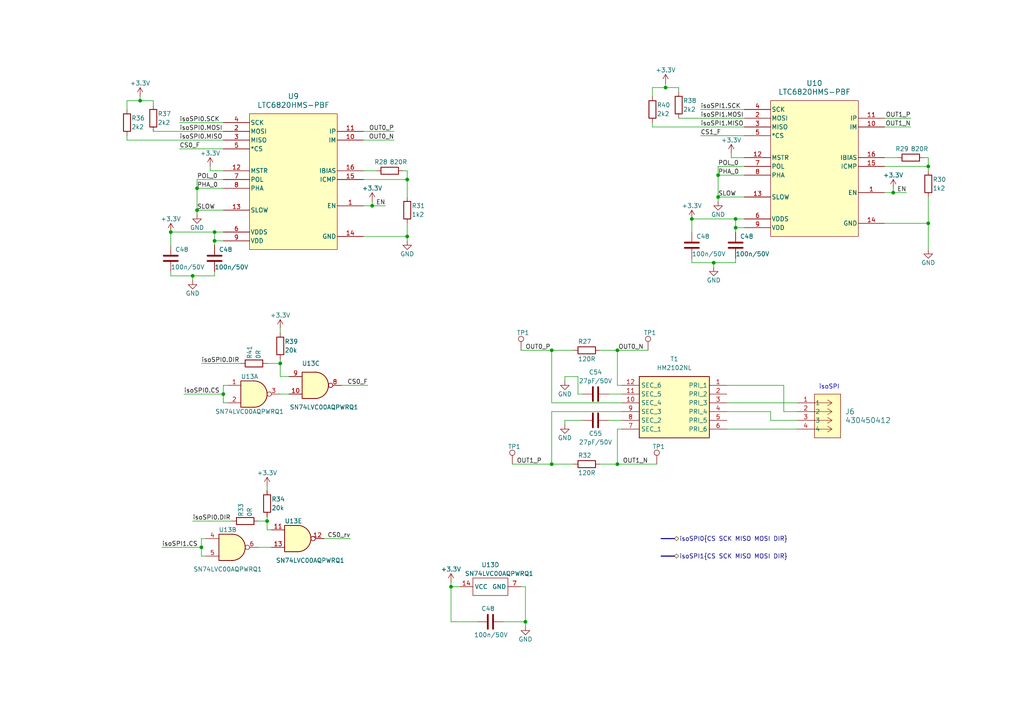
<source format=kicad_sch>
(kicad_sch (version 20230121) (generator eeschema)
  (paper "A4")
  (title_block (title "isoSPI interface") (date "2023-12-29") (rev "V1.0") (company "Valais Wallis Racing Team") (comment 1 "Bétrisey Mattia"))
  (lib_symbols
    (symbol "43045-0412:430450412" (pin_names (offset 0.254))
      (property "Reference" "J" (at 8.89 6.35 0))
      (property "Value" "430450412" (at 7.62 -11.43 0))
      (symbol "430450412_1_1"
        (polyline (pts (xy 10.16 -7.62) (xy 5.08 -7.62)) (stroke (width 0.127)))
        (polyline (pts (xy 10.16 -7.62) (xy 8.89 -8.4667)) (stroke (width 0.127)))
        (polyline (pts (xy 10.16 -7.62) (xy 8.89 -6.7733)) (stroke (width 0.127)))
        (polyline (pts (xy 10.16 -5.08) (xy 5.08 -5.08)) (stroke (width 0.127)))
        (polyline (pts (xy 10.16 -5.08) (xy 8.89 -5.9267)) (stroke (width 0.127)))
        (polyline (pts (xy 10.16 -5.08) (xy 8.89 -4.2333)) (stroke (width 0.127)))
        (polyline (pts (xy 10.16 -2.54) (xy 5.08 -2.54)) (stroke (width 0.127)))
        (polyline (pts (xy 10.16 -2.54) (xy 8.89 -3.3867)) (stroke (width 0.127)))
        (polyline (pts (xy 10.16 -2.54) (xy 8.89 -1.6933)) (stroke (width 0.127)))
        (polyline (pts (xy 10.16 0) (xy 5.08 0)) (stroke (width 0.127)))
        (polyline (pts (xy 10.16 0) (xy 8.89 -0.8467)) (stroke (width 0.127)))
        (polyline (pts (xy 10.16 0) (xy 8.89 0.8467)) (stroke (width 0.127)))
        (rectangle (start 5.08 2.54) (end 12.7 -10.16) (fill (type background)))
        (pin unspecified line (at 0 0 0) (length 5.08) (name "1") (number "1"))
        (pin unspecified line (at 0 -2.54 0) (length 5.08) (name "2") (number "2"))
        (pin unspecified line (at 0 -5.08 0) (length 5.08) (name "3") (number "3"))
        (pin unspecified line (at 0 -7.62 0) (length 5.08) (name "4") (number "4"))
      )
      (symbol "430450412_1_2"
        (polyline (pts (xy 5.08 -10.16) (xy 12.7 -10.16)) (stroke (width 0.127)))
        (polyline (pts (xy 5.08 2.54) (xy 5.08 -10.16)) (stroke (width 0.127)))
        (polyline (pts (xy 7.62 -7.62) (xy 5.08 -7.62)) (stroke (width 0.127)))
        (polyline (pts (xy 7.62 -7.62) (xy 8.89 -8.4667)) (stroke (width 0.127)))
        (polyline (pts (xy 7.62 -7.62) (xy 8.89 -6.7733)) (stroke (width 0.127)))
        (polyline (pts (xy 7.62 -5.08) (xy 5.08 -5.08)) (stroke (width 0.127)))
        (polyline (pts (xy 7.62 -5.08) (xy 8.89 -5.9267)) (stroke (width 0.127)))
        (polyline (pts (xy 7.62 -5.08) (xy 8.89 -4.2333)) (stroke (width 0.127)))
        (polyline (pts (xy 7.62 -2.54) (xy 5.08 -2.54)) (stroke (width 0.127)))
        (polyline (pts (xy 7.62 -2.54) (xy 8.89 -3.3867)) (stroke (width 0.127)))
        (polyline (pts (xy 7.62 -2.54) (xy 8.89 -1.6933)) (stroke (width 0.127)))
        (polyline (pts (xy 7.62 0) (xy 5.08 0)) (stroke (width 0.127)))
        (polyline (pts (xy 7.62 0) (xy 8.89 -0.8467)) (stroke (width 0.127)))
        (polyline (pts (xy 7.62 0) (xy 8.89 0.8467)) (stroke (width 0.127)))
        (polyline (pts (xy 12.7 -10.16) (xy 12.7 2.54)) (stroke (width 0.127)))
        (polyline (pts (xy 12.7 2.54) (xy 5.08 2.54)) (stroke (width 0.127)))
        (pin unspecified line (at 0 0 0) (length 5.08) (name "1") (number "1"))
        (pin unspecified line (at 0 -2.54 0) (length 5.08) (name "2") (number "2"))
        (pin unspecified line (at 0 -5.08 0) (length 5.08) (name "3") (number "3"))
        (pin unspecified line (at 0 -7.62 0) (length 5.08) (name "4") (number "4"))
      )
    )
    (symbol "Connector:TestPoint" (pin_numbers hide) (pin_names (offset 0.762) hide)
      (property "Reference" "TP" (at 0 6.858 0))
      (property "Value" "TestPoint" (at 0 5.08 0))
      (symbol "TestPoint_0_1"
        (circle (center 0 3.302) (radius 0.762))
      )
      (symbol "TestPoint_1_1"
        (pin passive line (at 0 0 90) (length 2.54) (name "1") (number "1"))
      )
    )
    (symbol "Device:C" (pin_numbers hide) (pin_names (offset 0.254))
      (property "Reference" "C" (at 0.635 2.54 0))
      (property "Value" "C" (at 0.635 -2.54 0))
      (symbol "C_0_1"
        (polyline (pts (xy -2.032 -0.762) (xy 2.032 -0.762)) (stroke (width 0.508)))
        (polyline (pts (xy -2.032 0.762) (xy 2.032 0.762)) (stroke (width 0.508)))
      )
      (symbol "C_1_1"
        (pin passive line (at 0 3.81 270) (length 2.794) (name "~") (number "1"))
        (pin passive line (at 0 -3.81 90) (length 2.794) (name "~") (number "2"))
      )
    )
    (symbol "Device:R" (pin_numbers hide) (pin_names (offset 0))
      (property "Reference" "R" (at 2.032 0 90))
      (property "Value" "R" (at 0 0 90))
      (symbol "R_0_1"
        (rectangle (start -1.016 -2.54) (end 1.016 2.54) (stroke (width 0.254)))
      )
      (symbol "R_1_1"
        (pin passive line (at 0 3.81 270) (length 1.27) (name "~") (number "1"))
        (pin passive line (at 0 -3.81 90) (length 1.27) (name "~") (number "2"))
      )
    )
    (symbol "HM2102NL:HM2102NL"
      (property "Reference" "T" (at 26.67 7.62 0))
      (property "Value" "HM2102NL" (at 26.67 5.08 0))
      (symbol "HM2102NL_1_1"
        (rectangle (start 5.08 2.54) (end 25.4 -15.24) (stroke (width 0.254)) (fill (type background)))
        (pin passive line (at 0 0 0) (length 5.08) (name "PRI_1") (number "1"))
        (pin passive line (at 30.48 -5.08 180) (length 5.08) (name "SEC_4") (number "10"))
        (pin passive line (at 30.48 -2.54 180) (length 5.08) (name "SEC_5") (number "11"))
        (pin passive line (at 30.48 0 180) (length 5.08) (name "SEC_6") (number "12"))
        (pin passive line (at 0 -2.54 0) (length 5.08) (name "PRI_2") (number "2"))
        (pin passive line (at 0 -5.08 0) (length 5.08) (name "PRI_3") (number "3"))
        (pin passive line (at 0 -7.62 0) (length 5.08) (name "PRI_4") (number "4"))
        (pin passive line (at 0 -10.16 0) (length 5.08) (name "PRI_5") (number "5"))
        (pin passive line (at 0 -12.7 0) (length 5.08) (name "PRI_6") (number "6"))
        (pin passive line (at 30.48 -12.7 180) (length 5.08) (name "SEC_1") (number "7"))
        (pin passive line (at 30.48 -10.16 180) (length 5.08) (name "SEC_2") (number "8"))
        (pin passive line (at 30.48 -7.62 180) (length 5.08) (name "SEC_3") (number "9"))
      )
    )
    (symbol "LTC6820HMS#PBF:LTC6820HMS-PBF" (pin_names (offset 0.254))
      (property "Reference" "U" (at 20.32 10.16 0))
      (property "Value" "LTC6820HMS-PBF" (at 20.32 7.62 0))
      (symbol "LTC6820HMS-PBF_0_1"
        (pin input line (at 40.64 -22.86 180) (length 7.62) (name "EN") (number "1"))
        (pin bidirectional line (at 40.64 -3.81 180) (length 7.62) (name "IM") (number "10"))
        (pin bidirectional line (at 40.64 -1.27 180) (length 7.62) (name "IP") (number "11"))
        (pin input line (at 0 -12.7 0) (length 7.62) (name "MSTR") (number "12"))
        (pin input line (at 0 -24.13 0) (length 7.62) (name "SLOW") (number "13"))
        (pin power_out line (at 40.64 -31.75 180) (length 7.62) (name "GND") (number "14"))
        (pin unspecified line (at 40.64 -15.24 180) (length 7.62) (name "ICMP") (number "15"))
        (pin power_in line (at 40.64 -12.7 180) (length 7.62) (name "IBIAS") (number "16"))
        (pin bidirectional line (at 0 -1.27 0) (length 7.62) (name "MOSI") (number "2"))
        (pin bidirectional line (at 0 -3.81 0) (length 7.62) (name "MISO") (number "3"))
        (pin bidirectional line (at 0 1.27 0) (length 7.62) (name "SCK") (number "4"))
        (pin power_in line (at 0 -30.48 0) (length 7.62) (name "VDDS") (number "6"))
        (pin input line (at 0 -15.24 0) (length 7.62) (name "POL") (number "7"))
        (pin input line (at 0 -17.78 0) (length 7.62) (name "PHA") (number "8"))
        (pin power_in line (at 0 -33.02 0) (length 7.62) (name "VDD") (number "9"))
      )
      (symbol "LTC6820HMS-PBF_1_1"
        (rectangle (start 7.62 3.81) (end 33.02 -35.56) (fill (type background)))
        (pin bidirectional line (at 0 -6.35 0) (length 7.62) (name "*CS") (number "5"))
      )
    )
    (symbol "SN74LVC00AQPWRQ1_1"
      (property "Reference" "IC" (at -3.81 6.35 0))
      (property "Value" "SN74LVC00AQPWRQ1" (at 5.08 -6.35 0))
      (symbol "SN74LVC00AQPWRQ1_1_1_1"
        (polyline (pts (xy 1.27 3.81) (xy -2.54 3.81) (xy -2.54 -3.81) (xy 1.27 -3.81)) (stroke (width 0.254)) (fill (type background)))
        (arc (start 1.27 -3.81) (mid 5.0634 0) (end 1.27 3.81) (stroke (width 0.254)) (fill (type background)))
        (pin input line (at -6.35 2.54 0) (length 3.81) (name "~") (number "1"))
        (pin input line (at -6.35 -2.54 0) (length 3.81) (name "~") (number "2"))
        (pin output inverted (at 8.89 0 180) (length 3.81) (name "~") (number "3"))
      )
      (symbol "SN74LVC00AQPWRQ1_1_2_1"
        (polyline (pts (xy 1.27 3.81) (xy -2.54 3.81) (xy -2.54 -3.81) (xy 1.27 -3.81)) (stroke (width 0.254)) (fill (type background)))
        (arc (start 1.27 -3.81) (mid 5.0634 0) (end 1.27 3.81) (stroke (width 0.254)) (fill (type background)))
        (pin input line (at -6.35 2.54 0) (length 3.81) (name "~") (number "4"))
        (pin input line (at -6.35 -2.54 0) (length 3.81) (name "~") (number "5"))
        (pin output inverted (at 8.89 0 180) (length 3.81) (name "~") (number "6"))
      )
      (symbol "SN74LVC00AQPWRQ1_1_3_1"
        (polyline (pts (xy 1.27 3.81) (xy -2.54 3.81) (xy -2.54 -3.81) (xy 1.27 -3.81)) (stroke (width 0.254)) (fill (type background)))
        (arc (start 1.27 -3.81) (mid 5.0634 0) (end 1.27 3.81) (stroke (width 0.254)) (fill (type background)))
        (pin input line (at -6.35 -2.54 0) (length 3.81) (name "~") (number "10"))
        (pin output inverted (at 8.89 0 180) (length 3.81) (name "~") (number "8"))
        (pin input line (at -6.35 2.54 0) (length 3.81) (name "~") (number "9"))
      )
      (symbol "SN74LVC00AQPWRQ1_1_4_1"
        (rectangle (start -2.54 5.08) (end 2.54 -5.08))
        (pin input line (at 0 8.89 270) (length 3.81) (name "VCC") (number "14"))
        (pin input line (at 0 -8.89 90) (length 3.81) (name "GND") (number "7"))
      )
      (symbol "SN74LVC00AQPWRQ1_1_5_1"
        (polyline (pts (xy 1.27 3.81) (xy -2.54 3.81) (xy -2.54 -3.81) (xy 1.27 -3.81)) (stroke (width 0.254)) (fill (type background)))
        (arc (start 1.27 -3.81) (mid 5.0634 0) (end 1.27 3.81) (stroke (width 0.254)) (fill (type background)))
        (pin input line (at -6.35 2.54 0) (length 3.81) (name "~") (number "11"))
        (pin output inverted (at 8.89 0 180) (length 3.81) (name "~") (number "12"))
        (pin input line (at -6.35 -2.54 0) (length 3.81) (name "~") (number "13"))
      )
    )
    (symbol "SN74LVC00AQPWRQ1_2"
      (property "Reference" "IC" (at -3.81 6.35 0))
      (property "Value" "SN74LVC00AQPWRQ1" (at 5.08 -6.35 0))
      (symbol "SN74LVC00AQPWRQ1_2_1_1"
        (polyline (pts (xy 1.27 3.81) (xy -2.54 3.81) (xy -2.54 -3.81) (xy 1.27 -3.81)) (stroke (width 0.254)) (fill (type background)))
        (arc (start 1.27 -3.81) (mid 5.0634 0) (end 1.27 3.81) (stroke (width 0.254)) (fill (type background)))
        (pin input line (at -6.35 2.54 0) (length 3.81) (name "~") (number "1"))
        (pin input line (at -6.35 -2.54 0) (length 3.81) (name "~") (number "2"))
        (pin output inverted (at 8.89 0 180) (length 3.81) (name "~") (number "3"))
      )
      (symbol "SN74LVC00AQPWRQ1_2_2_1"
        (polyline (pts (xy 1.27 3.81) (xy -2.54 3.81) (xy -2.54 -3.81) (xy 1.27 -3.81)) (stroke (width 0.254)) (fill (type background)))
        (arc (start 1.27 -3.81) (mid 5.0634 0) (end 1.27 3.81) (stroke (width 0.254)) (fill (type background)))
        (pin input line (at -6.35 2.54 0) (length 3.81) (name "~") (number "4"))
        (pin input line (at -6.35 -2.54 0) (length 3.81) (name "~") (number "5"))
        (pin output inverted (at 8.89 0 180) (length 3.81) (name "~") (number "6"))
      )
      (symbol "SN74LVC00AQPWRQ1_2_3_1"
        (polyline (pts (xy 1.27 3.81) (xy -2.54 3.81) (xy -2.54 -3.81) (xy 1.27 -3.81)) (stroke (width 0.254)) (fill (type background)))
        (arc (start 1.27 -3.81) (mid 5.0634 0) (end 1.27 3.81) (stroke (width 0.254)) (fill (type background)))
        (pin input line (at -6.35 -2.54 0) (length 3.81) (name "~") (number "10"))
        (pin output inverted (at 8.89 0 180) (length 3.81) (name "~") (number "8"))
        (pin input line (at -6.35 2.54 0) (length 3.81) (name "~") (number "9"))
      )
      (symbol "SN74LVC00AQPWRQ1_2_4_1"
        (rectangle (start -2.54 5.08) (end 2.54 -5.08))
        (pin input line (at 0 8.89 270) (length 3.81) (name "VCC") (number "14"))
        (pin input line (at 0 -8.89 90) (length 3.81) (name "GND") (number "7"))
      )
      (symbol "SN74LVC00AQPWRQ1_2_5_1"
        (polyline (pts (xy 1.27 3.81) (xy -2.54 3.81) (xy -2.54 -3.81) (xy 1.27 -3.81)) (stroke (width 0.254)) (fill (type background)))
        (arc (start 1.27 -3.81) (mid 5.0634 0) (end 1.27 3.81) (stroke (width 0.254)) (fill (type background)))
        (pin input line (at -6.35 2.54 0) (length 3.81) (name "~") (number "11"))
        (pin output inverted (at 8.89 0 180) (length 3.81) (name "~") (number "12"))
        (pin input line (at -6.35 -2.54 0) (length 3.81) (name "~") (number "13"))
      )
    )
    (symbol "SN74LVC00AQPWRQ1_3"
      (property "Reference" "IC" (at -3.81 6.35 0))
      (property "Value" "SN74LVC00AQPWRQ1" (at 5.08 -6.35 0))
      (symbol "SN74LVC00AQPWRQ1_3_1_1"
        (polyline (pts (xy 1.27 3.81) (xy -2.54 3.81) (xy -2.54 -3.81) (xy 1.27 -3.81)) (stroke (width 0.254)) (fill (type background)))
        (arc (start 1.27 -3.81) (mid 5.0634 0) (end 1.27 3.81) (stroke (width 0.254)) (fill (type background)))
        (pin input line (at -6.35 2.54 0) (length 3.81) (name "~") (number "1"))
        (pin input line (at -6.35 -2.54 0) (length 3.81) (name "~") (number "2"))
        (pin output inverted (at 8.89 0 180) (length 3.81) (name "~") (number "3"))
      )
      (symbol "SN74LVC00AQPWRQ1_3_2_1"
        (polyline (pts (xy 1.27 3.81) (xy -2.54 3.81) (xy -2.54 -3.81) (xy 1.27 -3.81)) (stroke (width 0.254)) (fill (type background)))
        (arc (start 1.27 -3.81) (mid 5.0634 0) (end 1.27 3.81) (stroke (width 0.254)) (fill (type background)))
        (pin input line (at -6.35 2.54 0) (length 3.81) (name "~") (number "4"))
        (pin input line (at -6.35 -2.54 0) (length 3.81) (name "~") (number "5"))
        (pin output inverted (at 8.89 0 180) (length 3.81) (name "~") (number "6"))
      )
      (symbol "SN74LVC00AQPWRQ1_3_3_1"
        (polyline (pts (xy 1.27 3.81) (xy -2.54 3.81) (xy -2.54 -3.81) (xy 1.27 -3.81)) (stroke (width 0.254)) (fill (type background)))
        (arc (start 1.27 -3.81) (mid 5.0634 0) (end 1.27 3.81) (stroke (width 0.254)) (fill (type background)))
        (pin input line (at -6.35 -2.54 0) (length 3.81) (name "~") (number "10"))
        (pin output inverted (at 8.89 0 180) (length 3.81) (name "~") (number "8"))
        (pin input line (at -6.35 2.54 0) (length 3.81) (name "~") (number "9"))
      )
      (symbol "SN74LVC00AQPWRQ1_3_4_1"
        (rectangle (start -2.54 5.08) (end 2.54 -5.08))
        (pin input line (at 0 8.89 270) (length 3.81) (name "VCC") (number "14"))
        (pin input line (at 0 -8.89 90) (length 3.81) (name "GND") (number "7"))
      )
      (symbol "SN74LVC00AQPWRQ1_3_5_1"
        (polyline (pts (xy 1.27 3.81) (xy -2.54 3.81) (xy -2.54 -3.81) (xy 1.27 -3.81)) (stroke (width 0.254)) (fill (type background)))
        (arc (start 1.27 -3.81) (mid 5.0634 0) (end 1.27 3.81) (stroke (width 0.254)) (fill (type background)))
        (pin input line (at -6.35 2.54 0) (length 3.81) (name "~") (number "11"))
        (pin output inverted (at 8.89 0 180) (length 3.81) (name "~") (number "12"))
        (pin input line (at -6.35 -2.54 0) (length 3.81) (name "~") (number "13"))
      )
    )
    (symbol "SN74LVC00AQPWRQ1_4"
      (property "Reference" "IC" (at -3.81 6.35 0))
      (property "Value" "SN74LVC00AQPWRQ1" (at 5.08 -6.35 0))
      (symbol "SN74LVC00AQPWRQ1_4_1_1"
        (polyline (pts (xy 1.27 3.81) (xy -2.54 3.81) (xy -2.54 -3.81) (xy 1.27 -3.81)) (stroke (width 0.254)) (fill (type background)))
        (arc (start 1.27 -3.81) (mid 5.0634 0) (end 1.27 3.81) (stroke (width 0.254)) (fill (type background)))
        (pin input line (at -6.35 2.54 0) (length 3.81) (name "~") (number "1"))
        (pin input line (at -6.35 -2.54 0) (length 3.81) (name "~") (number "2"))
        (pin output inverted (at 8.89 0 180) (length 3.81) (name "~") (number "3"))
      )
      (symbol "SN74LVC00AQPWRQ1_4_2_1"
        (polyline (pts (xy 1.27 3.81) (xy -2.54 3.81) (xy -2.54 -3.81) (xy 1.27 -3.81)) (stroke (width 0.254)) (fill (type background)))
        (arc (start 1.27 -3.81) (mid 5.0634 0) (end 1.27 3.81) (stroke (width 0.254)) (fill (type background)))
        (pin input line (at -6.35 2.54 0) (length 3.81) (name "~") (number "4"))
        (pin input line (at -6.35 -2.54 0) (length 3.81) (name "~") (number "5"))
        (pin output inverted (at 8.89 0 180) (length 3.81) (name "~") (number "6"))
      )
      (symbol "SN74LVC00AQPWRQ1_4_3_1"
        (polyline (pts (xy 1.27 3.81) (xy -2.54 3.81) (xy -2.54 -3.81) (xy 1.27 -3.81)) (stroke (width 0.254)) (fill (type background)))
        (arc (start 1.27 -3.81) (mid 5.0634 0) (end 1.27 3.81) (stroke (width 0.254)) (fill (type background)))
        (pin input line (at -6.35 -2.54 0) (length 3.81) (name "~") (number "10"))
        (pin output inverted (at 8.89 0 180) (length 3.81) (name "~") (number "8"))
        (pin input line (at -6.35 2.54 0) (length 3.81) (name "~") (number "9"))
      )
      (symbol "SN74LVC00AQPWRQ1_4_4_1"
        (rectangle (start -2.54 5.08) (end 2.54 -5.08))
        (pin input line (at 0 8.89 270) (length 3.81) (name "VCC") (number "14"))
        (pin input line (at 0 -8.89 90) (length 3.81) (name "GND") (number "7"))
      )
      (symbol "SN74LVC00AQPWRQ1_4_5_1"
        (polyline (pts (xy 1.27 3.81) (xy -2.54 3.81) (xy -2.54 -3.81) (xy 1.27 -3.81)) (stroke (width 0.254)) (fill (type background)))
        (arc (start 1.27 -3.81) (mid 5.0634 0) (end 1.27 3.81) (stroke (width 0.254)) (fill (type background)))
        (pin input line (at -6.35 2.54 0) (length 3.81) (name "~") (number "11"))
        (pin output inverted (at 8.89 0 180) (length 3.81) (name "~") (number "12"))
        (pin input line (at -6.35 -2.54 0) (length 3.81) (name "~") (number "13"))
      )
    )
    (symbol "SN74LVC00AQPWRQ1_6"
      (property "Reference" "IC" (at -3.81 6.35 0))
      (property "Value" "SN74LVC00AQPWRQ1" (at 5.08 -6.35 0))
      (symbol "SN74LVC00AQPWRQ1_6_1_1"
        (polyline (pts (xy 1.27 3.81) (xy -2.54 3.81) (xy -2.54 -3.81) (xy 1.27 -3.81)) (stroke (width 0.254)) (fill (type background)))
        (arc (start 1.27 -3.81) (mid 5.0634 0) (end 1.27 3.81) (stroke (width 0.254)) (fill (type background)))
        (pin input line (at -6.35 2.54 0) (length 3.81) (name "~") (number "1"))
        (pin input line (at -6.35 -2.54 0) (length 3.81) (name "~") (number "2"))
        (pin output inverted (at 8.89 0 180) (length 3.81) (name "~") (number "3"))
      )
      (symbol "SN74LVC00AQPWRQ1_6_2_1"
        (polyline (pts (xy 1.27 3.81) (xy -2.54 3.81) (xy -2.54 -3.81) (xy 1.27 -3.81)) (stroke (width 0.254)) (fill (type background)))
        (arc (start 1.27 -3.81) (mid 5.0634 0) (end 1.27 3.81) (stroke (width 0.254)) (fill (type background)))
        (pin input line (at -6.35 2.54 0) (length 3.81) (name "~") (number "4"))
        (pin input line (at -6.35 -2.54 0) (length 3.81) (name "~") (number "5"))
        (pin output inverted (at 8.89 0 180) (length 3.81) (name "~") (number "6"))
      )
      (symbol "SN74LVC00AQPWRQ1_6_3_1"
        (polyline (pts (xy 1.27 3.81) (xy -2.54 3.81) (xy -2.54 -3.81) (xy 1.27 -3.81)) (stroke (width 0.254)) (fill (type background)))
        (arc (start 1.27 -3.81) (mid 5.0634 0) (end 1.27 3.81) (stroke (width 0.254)) (fill (type background)))
        (pin input line (at -6.35 -2.54 0) (length 3.81) (name "~") (number "10"))
        (pin output inverted (at 8.89 0 180) (length 3.81) (name "~") (number "8"))
        (pin input line (at -6.35 2.54 0) (length 3.81) (name "~") (number "9"))
      )
      (symbol "SN74LVC00AQPWRQ1_6_4_1"
        (rectangle (start -2.54 5.08) (end 2.54 -5.08))
        (pin input line (at 0 8.89 270) (length 3.81) (name "VCC") (number "14"))
        (pin input line (at 0 -8.89 90) (length 3.81) (name "GND") (number "7"))
      )
      (symbol "SN74LVC00AQPWRQ1_6_5_1"
        (polyline (pts (xy 1.27 3.81) (xy -2.54 3.81) (xy -2.54 -3.81) (xy 1.27 -3.81)) (stroke (width 0.254)) (fill (type background)))
        (arc (start 1.27 -3.81) (mid 5.0634 0) (end 1.27 3.81) (stroke (width 0.254)) (fill (type background)))
        (pin input line (at -6.35 2.54 0) (length 3.81) (name "~") (number "11"))
        (pin output inverted (at 8.89 0 180) (length 3.81) (name "~") (number "12"))
        (pin input line (at -6.35 -2.54 0) (length 3.81) (name "~") (number "13"))
      )
    )
    (symbol "bmsPower_Symbols:+3V3_0" (power) (in_bom no) (on_board no)
      (property "Value" "+3V3_0" (at 0 3.302 0))
      (symbol "+3V3_0_0_1"
        (polyline (pts (xy -0.762 1.27) (xy 0 2.54)))
        (polyline (pts (xy 0 0) (xy 0 2.54)))
        (polyline (pts (xy 0 2.54) (xy 0.762 1.27)))
      )
      (symbol "+3V3_0_1_1"
        (pin power_in line (at 0 0 90) (length 0) hide (name "+3.3V") (number "1"))
      )
    )
    (symbol "bmsPower_Symbols:GND_0" (power) (in_bom no) (on_board no)
      (property "Value" "GND_0" (at 0 -4.064 0))
      (symbol "GND_0_0_1"
        (polyline (pts (xy 0 0) (xy 0 -1.27) (xy 1.27 -1.27) (xy 0 -2.54) (xy -1.27 -1.27) (xy 0 -1.27)))
      )
      (symbol "GND_0_1_1"
        (pin power_in line (at 0 0 270) (length 0) hide (name "GND") (number "1"))
      )
    )
  )
  (junction (at 58.42 158.75))
  (junction (at 200.66 63.5))
  (junction (at 269.24 64.77))
  (junction (at 107.95 59.69))
  (junction (at 213.36 66.04))
  (junction (at 77.47 151.13))
  (junction (at 160.02 134.62))
  (junction (at 179.07 101.6))
  (junction (at 213.36 63.5))
  (junction (at 118.11 52.07))
  (junction (at 62.23 69.85))
  (junction (at 62.23 67.31))
  (junction (at 207.01 76.2))
  (junction (at 57.15 60.96))
  (junction (at 81.28 105.41))
  (junction (at 57.15 54.61))
  (junction (at 259.08 55.88))
  (junction (at 118.11 68.58))
  (junction (at 152.4 180.34))
  (junction (at 269.24 48.26))
  (junction (at 64.77 114.3))
  (junction (at 55.88 80.01))
  (junction (at 40.64 29.21))
  (junction (at 208.28 57.15))
  (junction (at 193.04 25.4))
  (junction (at 130.81 170.18))
  (junction (at 208.28 50.8))
  (junction (at 179.07 134.62))
  (junction (at 160.02 101.6))
  (junction (at 49.53 67.31))
  (wire (pts (xy 179.07 111.76) (xy 180.34 111.76)))
  (wire (pts (xy 49.53 78.74) (xy 49.53 80.01)))
  (wire (pts (xy 203.2 39.37) (xy 215.9 39.37)))
  (wire (pts (xy 163.83 121.92) (xy 163.83 123.19)))
  (wire (pts (xy 62.23 67.31) (xy 64.77 67.31)))
  (wire (pts (xy 53.34 114.3) (xy 64.77 114.3)))
  (wire (pts (xy 93.98 156.21) (xy 101.6 156.21)))
  (wire (pts (xy 105.41 59.69) (xy 107.95 59.69)))
  (wire (pts (xy 58.42 161.29) (xy 59.69 161.29)))
  (wire (pts (xy 208.28 50.8) (xy 208.28 57.15)))
  (wire (pts (xy 105.41 40.64) (xy 114.3 40.64)))
  (wire (pts (xy 173.99 101.6) (xy 179.07 101.6)))
  (wire (pts (xy 62.23 78.74) (xy 62.23 80.01)))
  (wire (pts (xy 60.96 49.53) (xy 64.77 49.53)))
  (wire (pts (xy 105.41 68.58) (xy 118.11 68.58)))
  (bus (pts (xy 191.77 161.29) (xy 195.58 161.29)))
  (wire (pts (xy 81.28 109.22) (xy 83.82 109.22)))
  (wire (pts (xy 207.01 76.2) (xy 213.36 76.2)))
  (wire (pts (xy 81.28 114.3) (xy 83.82 114.3)))
  (wire (pts (xy 259.08 55.88) (xy 262.89 55.88)))
  (wire (pts (xy 55.88 151.13) (xy 67.31 151.13)))
  (wire (pts (xy 49.53 67.31) (xy 62.23 67.31)))
  (wire (pts (xy 163.83 109.22) (xy 167.64 109.22)))
  (wire (pts (xy 74.93 158.75) (xy 78.74 158.75)))
  (wire (pts (xy 160.02 101.6) (xy 160.02 116.84)))
  (wire (pts (xy 223.52 121.92) (xy 223.52 119.38)))
  (wire (pts (xy 46.99 158.75) (xy 58.42 158.75)))
  (wire (pts (xy 176.53 121.92) (xy 180.34 121.92)))
  (wire (pts (xy 58.42 156.21) (xy 58.42 158.75)))
  (wire (pts (xy 62.23 67.31) (xy 62.23 69.85)))
  (wire (pts (xy 269.24 57.15) (xy 269.24 64.77)))
  (wire (pts (xy 64.77 114.3) (xy 64.77 116.84)))
  (wire (pts (xy 227.33 119.38) (xy 231.14 119.38)))
  (wire (pts (xy 163.83 109.22) (xy 163.83 110.49)))
  (wire (pts (xy 208.28 48.26) (xy 208.28 50.8)))
  (wire (pts (xy 74.93 151.13) (xy 77.47 151.13)))
  (wire (pts (xy 160.02 119.38) (xy 180.34 119.38)))
  (wire (pts (xy 213.36 74.93) (xy 213.36 76.2)))
  (wire (pts (xy 189.23 36.83) (xy 215.9 36.83)))
  (wire (pts (xy 212.09 44.45) (xy 212.09 45.72)))
  (wire (pts (xy 107.95 59.69) (xy 111.76 59.69)))
  (wire (pts (xy 116.84 49.53) (xy 118.11 49.53)))
  (wire (pts (xy 77.47 105.41) (xy 81.28 105.41)))
  (wire (pts (xy 208.28 48.26) (xy 215.9 48.26)))
  (wire (pts (xy 160.02 119.38) (xy 160.02 134.62)))
  (wire (pts (xy 200.66 76.2) (xy 207.01 76.2)))
  (wire (pts (xy 49.53 67.31) (xy 49.53 71.12)))
  (wire (pts (xy 210.82 111.76) (xy 227.33 111.76)))
  (wire (pts (xy 210.82 116.84) (xy 231.14 116.84)))
  (wire (pts (xy 179.07 134.62) (xy 190.5 134.62)))
  (wire (pts (xy 99.06 111.76) (xy 106.68 111.76)))
  (wire (pts (xy 189.23 35.56) (xy 189.23 36.83)))
  (wire (pts (xy 77.47 140.97) (xy 77.47 142.24)))
  (wire (pts (xy 36.83 29.21) (xy 36.83 31.75)))
  (wire (pts (xy 105.41 52.07) (xy 118.11 52.07)))
  (wire (pts (xy 58.42 158.75) (xy 58.42 161.29)))
  (wire (pts (xy 223.52 121.92) (xy 231.14 121.92)))
  (wire (pts (xy 44.45 38.1) (xy 64.77 38.1)))
  (wire (pts (xy 163.83 121.92) (xy 168.91 121.92)))
  (wire (pts (xy 64.77 116.84) (xy 66.04 116.84)))
  (wire (pts (xy 200.66 63.5) (xy 200.66 67.31)))
  (wire (pts (xy 40.64 27.94) (xy 40.64 29.21)))
  (wire (pts (xy 57.15 60.96) (xy 57.15 62.23)))
  (wire (pts (xy 167.64 114.3) (xy 168.91 114.3)))
  (wire (pts (xy 148.59 134.62) (xy 160.02 134.62)))
  (wire (pts (xy 179.07 101.6) (xy 179.07 111.76)))
  (wire (pts (xy 212.09 45.72) (xy 215.9 45.72)))
  (wire (pts (xy 57.15 54.61) (xy 64.77 54.61)))
  (wire (pts (xy 213.36 66.04) (xy 213.36 67.31)))
  (wire (pts (xy 256.54 36.83) (xy 264.16 36.83)))
  (wire (pts (xy 179.07 124.46) (xy 179.07 134.62)))
  (wire (pts (xy 130.81 170.18) (xy 130.81 180.34)))
  (bus (pts (xy 191.77 156.21) (xy 195.58 156.21)))
  (wire (pts (xy 81.28 95.25) (xy 81.28 96.52)))
  (wire (pts (xy 151.13 170.18) (xy 152.4 170.18)))
  (wire (pts (xy 36.83 39.37) (xy 36.83 40.64)))
  (wire (pts (xy 81.28 105.41) (xy 81.28 109.22)))
  (wire (pts (xy 179.07 101.6) (xy 187.96 101.6)))
  (wire (pts (xy 118.11 64.77) (xy 118.11 68.58)))
  (wire (pts (xy 130.81 168.91) (xy 130.81 170.18)))
  (wire (pts (xy 64.77 111.76) (xy 66.04 111.76)))
  (wire (pts (xy 208.28 57.15) (xy 215.9 57.15)))
  (wire (pts (xy 105.41 49.53) (xy 109.22 49.53)))
  (wire (pts (xy 256.54 34.29) (xy 264.16 34.29)))
  (wire (pts (xy 151.13 101.6) (xy 160.02 101.6)))
  (wire (pts (xy 213.36 66.04) (xy 215.9 66.04)))
  (wire (pts (xy 107.95 58.42) (xy 107.95 59.69)))
  (wire (pts (xy 200.66 63.5) (xy 213.36 63.5)))
  (wire (pts (xy 57.15 60.96) (xy 64.77 60.96)))
  (wire (pts (xy 269.24 45.72) (xy 269.24 48.26)))
  (wire (pts (xy 210.82 124.46) (xy 231.14 124.46)))
  (wire (pts (xy 55.88 80.01) (xy 55.88 81.28)))
  (wire (pts (xy 130.81 180.34) (xy 138.43 180.34)))
  (wire (pts (xy 189.23 25.4) (xy 193.04 25.4)))
  (wire (pts (xy 203.2 31.75) (xy 215.9 31.75)))
  (wire (pts (xy 118.11 49.53) (xy 118.11 52.07)))
  (wire (pts (xy 36.83 40.64) (xy 64.77 40.64)))
  (wire (pts (xy 227.33 111.76) (xy 227.33 119.38)))
  (wire (pts (xy 210.82 119.38) (xy 223.52 119.38)))
  (wire (pts (xy 269.24 64.77) (xy 269.24 72.39)))
  (wire (pts (xy 189.23 25.4) (xy 189.23 27.94)))
  (wire (pts (xy 57.15 54.61) (xy 57.15 60.96)))
  (wire (pts (xy 118.11 68.58) (xy 118.11 69.85)))
  (wire (pts (xy 267.97 45.72) (xy 269.24 45.72)))
  (wire (pts (xy 176.53 114.3) (xy 180.34 114.3)))
  (wire (pts (xy 62.23 69.85) (xy 62.23 71.12)))
  (wire (pts (xy 256.54 45.72) (xy 260.35 45.72)))
  (wire (pts (xy 196.85 25.4) (xy 196.85 26.67)))
  (wire (pts (xy 152.4 180.34) (xy 152.4 181.61)))
  (wire (pts (xy 193.04 24.13) (xy 193.04 25.4)))
  (wire (pts (xy 77.47 151.13) (xy 77.47 153.67)))
  (wire (pts (xy 179.07 124.46) (xy 180.34 124.46)))
  (wire (pts (xy 55.88 80.01) (xy 62.23 80.01)))
  (wire (pts (xy 160.02 116.84) (xy 180.34 116.84)))
  (wire (pts (xy 57.15 52.07) (xy 64.77 52.07)))
  (wire (pts (xy 62.23 69.85) (xy 64.77 69.85)))
  (wire (pts (xy 152.4 170.18) (xy 152.4 180.34)))
  (wire (pts (xy 52.07 43.18) (xy 64.77 43.18)))
  (wire (pts (xy 256.54 48.26) (xy 269.24 48.26)))
  (wire (pts (xy 167.64 109.22) (xy 167.64 114.3)))
  (wire (pts (xy 49.53 80.01) (xy 55.88 80.01)))
  (wire (pts (xy 58.42 156.21) (xy 59.69 156.21)))
  (wire (pts (xy 105.41 38.1) (xy 114.3 38.1)))
  (wire (pts (xy 77.47 149.86) (xy 77.47 151.13)))
  (wire (pts (xy 58.42 105.41) (xy 69.85 105.41)))
  (wire (pts (xy 256.54 55.88) (xy 259.08 55.88)))
  (wire (pts (xy 44.45 29.21) (xy 44.45 30.48)))
  (wire (pts (xy 256.54 64.77) (xy 269.24 64.77)))
  (wire (pts (xy 52.07 35.56) (xy 64.77 35.56)))
  (wire (pts (xy 196.85 34.29) (xy 215.9 34.29)))
  (wire (pts (xy 160.02 134.62) (xy 166.37 134.62)))
  (wire (pts (xy 269.24 48.26) (xy 269.24 49.53)))
  (wire (pts (xy 118.11 52.07) (xy 118.11 57.15)))
  (wire (pts (xy 208.28 50.8) (xy 215.9 50.8)))
  (wire (pts (xy 213.36 63.5) (xy 213.36 66.04)))
  (wire (pts (xy 77.47 153.67) (xy 78.74 153.67)))
  (wire (pts (xy 81.28 104.14) (xy 81.28 105.41)))
  (wire (pts (xy 193.04 25.4) (xy 196.85 25.4)))
  (wire (pts (xy 40.64 29.21) (xy 44.45 29.21)))
  (wire (pts (xy 146.05 180.34) (xy 152.4 180.34)))
  (wire (pts (xy 259.08 54.61) (xy 259.08 55.88)))
  (wire (pts (xy 160.02 101.6) (xy 166.37 101.6)))
  (wire (pts (xy 36.83 29.21) (xy 40.64 29.21)))
  (wire (pts (xy 60.96 48.26) (xy 60.96 49.53)))
  (wire (pts (xy 208.28 57.15) (xy 208.28 58.42)))
  (wire (pts (xy 130.81 170.18) (xy 133.35 170.18)))
  (wire (pts (xy 207.01 76.2) (xy 207.01 77.47)))
  (wire (pts (xy 64.77 111.76) (xy 64.77 114.3)))
  (wire (pts (xy 57.15 52.07) (xy 57.15 54.61)))
  (wire (pts (xy 200.66 74.93) (xy 200.66 76.2)))
  (wire (pts (xy 173.99 134.62) (xy 179.07 134.62)))
  (wire (pts (xy 213.36 63.5) (xy 215.9 63.5)))
  (text "isoSPI" (at 237.49 113.03 0) (effects (font (size 1.27 1.27)) (justify left bottom)))
  (label "CS1_F" (at 203.2 39.37 0))
  (label "isoSPI1.MISO" (at 203.2 36.83 0))
  (label "OUT0_N" (at 186.69 101.6 180))
  (label "isoSPI0.SCK" (at 52.07 35.56 0))
  (label "SLOW" (at 57.15 60.96 0))
  (label "OUT1_P" (at 264.16 34.29 180))
  (label "CS0_F" (at 52.07 43.18 0))
  (label "EN" (at 262.89 55.88 180))
  (label "isoSPI0.DIR" (at 58.42 105.41 0))
  (label "isoSPI0.CS" (at 53.34 114.3 0))
  (label "PHA_0" (at 208.28 50.8 0))
  (label "isoSPI0.MISO" (at 52.07 40.64 0))
  (label "OUT0_P" (at 152.4 101.6 0))
  (label "CS0_rv" (at 101.6 156.21 180))
  (label "OUT1_N" (at 264.16 36.83 180))
  (label "POL_0" (at 57.15 52.07 0))
  (label "POL_0" (at 208.28 48.26 0))
  (label "isoSPI1.MOSI" (at 203.2 34.29 0))
  (label "isoSPI1.CS" (at 46.99 158.75 0))
  (label "isoSPI0.DIR" (at 55.88 151.13 0))
  (label "CS0_F" (at 106.68 111.76 180))
  (label "SLOW" (at 208.28 57.15 0))
  (label "OUT1_P" (at 149.86 134.62 0))
  (label "isoSPI0.MOSI" (at 52.07 38.1 0))
  (label "isoSPI1.SCK" (at 203.2 31.75 0))
  (label "PHA_0" (at 57.15 54.61 0))
  (label "EN" (at 111.76 59.69 180))
  (label "OUT0_P" (at 114.3 38.1 180))
  (label "OUT0_N" (at 114.3 40.64 180))
  (label "OUT1_N" (at 187.96 134.62 180))
  (hierarchical_label "isoSPI1{CS SCK MISO MOSI DIR}" (shape bidirectional) (at 195.58 161.29 0))
  (hierarchical_label "isoSPI0{CS SCK MISO MOSI DIR}" (shape bidirectional) (at 195.58 156.21 0))
  (symbol (lib_id "Device:R") (at 269.24 53.34 180) (unit 1)
    (property "Reference" "R30" (at 270.51 52.07 0) (effects (justify right)))
    (property "Value" "1k2" (at 270.51 54.61 0) (effects (justify right)))
    (property "Footprint" "Resistor_SMD:R_0603_1608Metric" (effects hide))
  )
  (symbol (lib_id "Device:C") (at 172.72 121.92 90) (mirror x) (unit 1)
    (property "Reference" "C55" (at 172.72 125.73 90))
    (property "Value" "27pF/50V" (at 172.72 128.27 90))
    (property "Footprint" "Capacitor_SMD:C_0603_1608Metric" (effects hide))
  )
  (symbol (lib_id "Device:C") (at 49.53 74.93 0) (unit 1)
    (property "Reference" "C48" (at 50.8 72.39 0) (effects (justify left)))
    (property "Value" "100n/50V" (at 49.53 77.47 0) (effects (justify left)))
    (property "Footprint" "Capacitor_SMD:C_0603_1608Metric" (effects hide))
    (instances (project "BMS-Master" (path "" (reference "C48") (unit 1)) (path "" (reference "C56") (unit 1))))
  )
  (symbol (lib_id "Device:C") (at 62.23 74.93 0) (unit 1)
    (property "Reference" "C48" (at 63.5 72.39 0) (effects (justify left)))
    (property "Value" "100n/50V" (at 62.23 77.47 0) (effects (justify left)))
    (property "Footprint" "Capacitor_SMD:C_0603_1608Metric" (effects hide))
    (instances (project "BMS-Master" (path "" (reference "C48") (unit 1)) (path "" (reference "C57") (unit 1))))
  )
  (symbol (lib_id "bmsPower_Symbols:+3V3_0") (at 200.66 63.5 0) (unit 1) (in_bom no) (on_board no)
    (property "Reference" "#PWR098" (effects hide))
    (property "Value" "+3V3_0" (at 200.66 59.69 0))
  )
  (symbol (lib_id "bmsPower_Symbols:+3V3_0") (at 212.09 44.45 0) (unit 1) (in_bom no) (on_board no)
    (property "Reference" "#PWR080" (effects hide))
    (property "Value" "+3V3_0" (at 212.09 40.64 0))
  )
  (symbol (lib_id "Device:R") (at 170.18 101.6 270) (unit 1)
    (property "Reference" "R27" (at 167.64 99.06 90) (effects (justify left)))
    (property "Value" "120R" (at 167.64 104.14 90) (effects (justify left)))
    (property "Footprint" "Resistor_SMD:R_0603_1608Metric" (effects hide))
  )
  (symbol (lib_id "43045-0412:430450412") (at 231.14 116.84 0) (unit 1)
    (property "Reference" "J6" (at 245.11 119.38 0) (effects (font (size 1.524 1.524)) (justify left)))
    (property "Value" "430450412" (at 245.11 121.92 0) (effects (font (size 1.524 1.524)) (justify left)))
    (property "Footprint" "43045-0412:CON_430450412_MOL" (effects hide))
    (property "Datasheet" "430450412" (effects hide))
  )
  (symbol (lib_id "HM2102NL:HM2102NL") (at 210.82 111.76 0) (mirror y) (unit 1)
    (property "Reference" "T1" (at 195.58 104.14 0))
    (property "Value" "HM2102NL" (at 195.58 106.68 0))
    (property "Footprint" "HM2102NL:SOP200P1473X500-12N" (effects hide))
    (property "Datasheet" "https://productfinder.pulseeng.com/doc_type/WEB301/doc_num/HM2102NL/doc_part/HM2102NL.pdf" (effects hide))
    (property "Height" "5" (effects hide))
    (property "Manufacturer_Name" "Pulse Electronics" (effects hide))
    (property "Manufacturer_Part_Number" "HM2102NL" (effects hide))
    (property "Mouser Part Number" "673-HM2102NL" (effects hide))
    (property "Mouser Price/Stock" "https://www.mouser.co.uk/ProductDetail/Pulse-Electronics/HM2102NL?qs=1mbolxNpo8c93YBFuby5tg%3D%3D" (effects hide))
    (property "Arrow Part Number" "HM2102NL" (effects hide))
    (property "Arrow Price/Stock" "https://www.arrow.com/en/products/hm2102nl/pulse-electronics-corporation" (effects hide))
  )
  (symbol (lib_id "bmsPower_Symbols:+3V3_0") (at 77.47 140.97 0) (unit 1) (in_bom no) (on_board no)
    (property "Reference" "#PWR086" (effects hide))
    (property "Value" "+3V3_0" (at 77.47 137.16 0))
  )
  (symbol (lib_id "Device:R") (at 118.11 60.96 180) (unit 1)
    (property "Reference" "R31" (at 119.38 59.69 0) (effects (justify right)))
    (property "Value" "1k2" (at 119.38 62.23 0) (effects (justify right)))
    (property "Footprint" "Resistor_SMD:R_0603_1608Metric" (effects hide))
  )
  (symbol (lib_id "Device:R") (at 44.45 34.29 0) (unit 1)
    (property "Reference" "R37" (at 45.72 33.02 0) (effects (justify left)))
    (property "Value" "2k2" (at 45.72 35.56 0) (effects (justify left)))
    (property "Footprint" "Resistor_SMD:R_0603_1608Metric" (effects hide))
  )
  (symbol (lib_id "bmsPower_Symbols:GND_0") (at 163.83 123.19 0) (unit 1) (in_bom no) (on_board no)
    (property "Reference" "#PWR081" (effects hide))
    (property "Value" "GND_0" (at 163.83 127 0))
  )
  (symbol (lib_id "Connector:TestPoint") (at 151.13 101.6 0) (unit 1)
    (property "Reference" "TP1" (at 149.86 96.52 0) (effects (justify left)))
    (property "Value" "TestPoint" (effects hide))
    (property "Footprint" "TestPoint:TestPoint_Keystone_5000-5004_Miniature" (effects hide))
    (instances (project "BMS-Master" (path "" (reference "TP1") (unit 1)) (path "" (reference "TP6") (unit 1))))
  )
  (symbol (lib_name "SN74LVC00AQPWRQ1_3") (lib_id "FS_Semiconductor:SN74LVC00AQPWRQ1") (at 66.04 158.75 0) (unit 2)
    (property "Reference" "U13" (at 66.04 153.67 0))
    (property "Value" "SN74LVC00AQPWRQ1" (at 66.04 165.1 0))
    (property "Footprint" "Package_SO:TSSOP-14_4.4x5mm_P0.65mm" (effects hide))
  )
  (symbol (lib_id "Device:R") (at 196.85 30.48 0) (unit 1)
    (property "Reference" "R38" (at 198.12 29.21 0) (effects (justify left)))
    (property "Value" "2k2" (at 198.12 31.75 0) (effects (justify left)))
    (property "Footprint" "Resistor_SMD:R_0603_1608Metric" (effects hide))
  )
  (symbol (lib_name "SN74LVC00AQPWRQ1_4") (lib_id "FS_Semiconductor:SN74LVC00AQPWRQ1") (at 142.24 170.18 90) (unit 4)
    (property "Reference" "U13" (at 142.24 163.83 90))
    (property "Value" "SN74LVC00AQPWRQ1" (at 144.78 166.37 90))
    (property "Footprint" "Package_SO:TSSOP-14_4.4x5mm_P0.65mm" (effects hide))
  )
  (symbol (lib_id "Device:R") (at 81.28 100.33 0) (unit 1)
    (property "Reference" "R39" (at 82.55 99.06 0) (effects (justify left)))
    (property "Value" "20k" (at 82.55 101.6 0) (effects (justify left)))
    (property "Footprint" "Resistor_SMD:R_0603_1608Metric" (effects hide))
  )
  (symbol (lib_id "Device:R") (at 113.03 49.53 90) (unit 1)
    (property "Reference" "R28" (at 110.49 46.99 90))
    (property "Value" "820R" (at 115.57 46.99 90))
    (property "Footprint" "Resistor_SMD:R_0603_1608Metric" (effects hide))
  )
  (symbol (lib_id "bmsPower_Symbols:GND_0") (at 55.88 81.28 0) (unit 1) (in_bom no) (on_board no)
    (property "Reference" "#PWR084" (effects hide))
    (property "Value" "GND_0" (at 55.88 85.09 0))
  )
  (symbol (lib_id "bmsPower_Symbols:+3V3_0") (at 259.08 54.61 0) (unit 1) (in_bom no) (on_board no)
    (property "Reference" "#PWR090" (effects hide))
    (property "Value" "+3V3_0" (at 259.08 50.8 0))
  )
  (symbol (lib_name "SN74LVC00AQPWRQ1_1") (lib_id "FS_Semiconductor:SN74LVC00AQPWRQ1") (at 72.39 114.3 0) (unit 1)
    (property "Reference" "U13" (at 72.39 109.22 0))
    (property "Value" "SN74LVC00AQPWRQ1" (at 72.39 119.38 0))
    (property "Footprint" "Package_SO:TSSOP-14_4.4x5mm_P0.65mm" (effects hide))
  )
  (symbol (lib_id "bmsPower_Symbols:+3V3_0") (at 60.96 48.26 0) (unit 1) (in_bom no) (on_board no)
    (property "Reference" "#PWR079" (effects hide))
    (property "Value" "+3V3_0" (at 60.96 44.45 0))
  )
  (symbol (lib_id "bmsPower_Symbols:GND_0") (at 152.4 181.61 0) (unit 1) (in_bom no) (on_board no)
    (property "Reference" "#PWR0105" (effects hide))
    (property "Value" "GND_0" (at 152.4 185.42 0))
  )
  (symbol (lib_id "bmsPower_Symbols:GND_0") (at 207.01 77.47 0) (unit 1) (in_bom no) (on_board no)
    (property "Reference" "#PWR085" (effects hide))
    (property "Value" "GND_0" (at 207.01 81.28 0))
  )
  (symbol (lib_id "Device:R") (at 71.12 151.13 90) (unit 1)
    (property "Reference" "R33" (at 69.85 149.86 0) (effects (justify left)))
    (property "Value" "0R" (at 72.39 149.86 0) (effects (justify left)))
    (property "Footprint" "Resistor_SMD:R_0603_1608Metric" (effects hide))
  )
  (symbol (lib_id "bmsPower_Symbols:+3V3_0") (at 130.81 168.91 0) (unit 1) (in_bom no) (on_board no)
    (property "Reference" "#PWR0101" (effects hide))
    (property "Value" "+3V3_0" (at 130.81 165.1 0))
  )
  (symbol (lib_id "Connector:TestPoint") (at 148.59 134.62 0) (unit 1)
    (property "Reference" "TP1" (at 147.32 129.54 0) (effects (justify left)))
    (property "Value" "TestPoint" (effects hide))
    (property "Footprint" "TestPoint:TestPoint_Keystone_5000-5004_Miniature" (effects hide))
    (instances (project "BMS-Master" (path "" (reference "TP1") (unit 1)) (path "" (reference "TP8") (unit 1))))
  )
  (symbol (lib_id "Device:C") (at 213.36 71.12 0) (unit 1)
    (property "Reference" "C48" (at 214.63 68.58 0) (effects (justify left)))
    (property "Value" "100n/50V" (at 213.36 73.66 0) (effects (justify left)))
    (property "Footprint" "Capacitor_SMD:C_0603_1608Metric" (effects hide))
    (instances (project "BMS-Master" (path "" (reference "C48") (unit 1)) (path "" (reference "C59") (unit 1))))
  )
  (symbol (lib_id "bmsPower_Symbols:+3V3_0") (at 81.28 95.25 0) (unit 1) (in_bom no) (on_board no)
    (property "Reference" "#PWR0103" (effects hide))
    (property "Value" "+3V3_0" (at 81.28 91.44 0))
  )
  (symbol (lib_id "bmsPower_Symbols:GND_0") (at 163.83 110.49 0) (unit 1) (in_bom no) (on_board no)
    (property "Reference" "#PWR078" (effects hide))
    (property "Value" "GND_0" (at 163.83 114.3 0))
  )
  (symbol (lib_id "Device:R") (at 170.18 134.62 270) (unit 1)
    (property "Reference" "R32" (at 167.64 132.08 90) (effects (justify left)))
    (property "Value" "120R" (at 167.64 137.16 90) (effects (justify left)))
    (property "Footprint" "Resistor_SMD:R_0603_1608Metric" (effects hide))
  )
  (symbol (lib_id "Device:C") (at 200.66 71.12 0) (unit 1)
    (property "Reference" "C48" (at 201.93 68.58 0) (effects (justify left)))
    (property "Value" "100n/50V" (at 200.66 73.66 0) (effects (justify left)))
    (property "Footprint" "Capacitor_SMD:C_0603_1608Metric" (effects hide))
    (instances (project "BMS-Master" (path "" (reference "C48") (unit 1)) (path "" (reference "C58") (unit 1))))
  )
  (symbol (lib_id "bmsPower_Symbols:+3V3_0") (at 193.04 24.13 0) (unit 1) (in_bom no) (on_board no)
    (property "Reference" "#PWR0100" (effects hide))
    (property "Value" "+3V3_0" (at 193.04 20.32 0))
  )
  (symbol (lib_id "Device:R") (at 77.47 146.05 0) (unit 1)
    (property "Reference" "R34" (at 78.74 144.78 0) (effects (justify left)))
    (property "Value" "20k" (at 78.74 147.32 0) (effects (justify left)))
    (property "Footprint" "Resistor_SMD:R_0603_1608Metric" (effects hide))
  )
  (symbol (lib_id "Device:C") (at 142.24 180.34 90) (unit 1)
    (property "Reference" "C48" (at 143.51 176.53 90) (effects (justify left)))
    (property "Value" "100n/50V" (at 147.32 184.15 90) (effects (justify left)))
    (property "Footprint" "Capacitor_SMD:C_0603_1608Metric" (effects hide))
    (instances (project "BMS-Master" (path "" (reference "C48") (unit 1)) (path "" (reference "C66") (unit 1))))
  )
  (symbol (lib_id "Connector:TestPoint") (at 190.5 134.62 0) (unit 1)
    (property "Reference" "TP1" (at 189.23 129.54 0) (effects (justify left)))
    (property "Value" "TestPoint" (effects hide))
    (property "Footprint" "TestPoint:TestPoint_Keystone_5000-5004_Miniature" (effects hide))
    (instances (project "BMS-Master" (path "" (reference "TP1") (unit 1)) (path "" (reference "TP9") (unit 1))))
  )
  (symbol (lib_name "SN74LVC00AQPWRQ1_2") (lib_id "FS_Semiconductor:SN74LVC00AQPWRQ1") (at 90.17 111.76 0) (unit 3)
    (property "Reference" "U13" (at 90.17 105.41 0))
    (property "Value" "SN74LVC00AQPWRQ1" (at 93.98 118.11 0))
    (property "Footprint" "Package_SO:TSSOP-14_4.4x5mm_P0.65mm" (effects hide))
  )
  (symbol (lib_id "bmsPower_Symbols:GND_0") (at 118.11 69.85 0) (unit 1) (in_bom no) (on_board no)
    (property "Reference" "#PWR082" (effects hide))
    (property "Value" "GND_0" (at 118.11 73.66 0))
  )
  (symbol (lib_id "bmsPower_Symbols:+3V3_0") (at 40.64 27.94 0) (unit 1) (in_bom no) (on_board no)
    (property "Reference" "#PWR099" (effects hide))
    (property "Value" "+3V3_0" (at 40.64 24.13 0))
  )
  (symbol (lib_id "bmsPower_Symbols:GND_0") (at 208.28 58.42 0) (unit 1) (in_bom no) (on_board no)
    (property "Reference" "#PWR087" (effects hide))
    (property "Value" "GND_0" (at 208.28 62.23 0))
  )
  (symbol (lib_id "LTC6820HMS#PBF:LTC6820HMS-PBF") (at 64.77 36.83 0) (unit 1)
    (property "Reference" "U9" (at 85.09 27.94 0) (effects (font (size 1.524 1.524))))
    (property "Value" "LTC6820HMS-PBF" (at 85.09 30.48 0) (effects (font (size 1.524 1.524))))
    (property "Footprint" "LTC6820HMS#PBF:MS_05-08-1669_ADI" (effects hide))
    (property "Datasheet" "LTC6820HMS-PBF" (effects hide))
  )
  (symbol (lib_id "LTC6820HMS#PBF:LTC6820HMS-PBF") (at 215.9 33.02 0) (unit 1)
    (property "Reference" "U10" (at 236.22 24.13 0) (effects (font (size 1.524 1.524))))
    (property "Value" "LTC6820HMS-PBF" (at 236.22 26.67 0) (effects (font (size 1.524 1.524))))
    (property "Footprint" "LTC6820HMS#PBF:MS_05-08-1669_ADI" (effects hide))
    (property "Datasheet" "LTC6820HMS-PBF" (effects hide))
  )
  (symbol (lib_id "bmsPower_Symbols:GND_0") (at 269.24 72.39 0) (unit 1) (in_bom no) (on_board no)
    (property "Reference" "#PWR083" (effects hide))
    (property "Value" "GND_0" (at 269.24 76.2 0))
  )
  (symbol (lib_id "bmsPower_Symbols:+3V3_0") (at 107.95 58.42 0) (unit 1) (in_bom no) (on_board no)
    (property "Reference" "#PWR089" (effects hide))
    (property "Value" "+3V3_0" (at 107.95 54.61 0))
  )
  (symbol (lib_id "Device:R") (at 264.16 45.72 90) (unit 1)
    (property "Reference" "R29" (at 261.62 43.18 90))
    (property "Value" "820R" (at 266.7 43.18 90))
    (property "Footprint" "Resistor_SMD:R_0603_1608Metric" (effects hide))
  )
  (symbol (lib_id "bmsPower_Symbols:GND_0") (at 57.15 62.23 0) (unit 1) (in_bom no) (on_board no)
    (property "Reference" "#PWR088" (effects hide))
    (property "Value" "GND_0" (at 57.15 66.04 0))
  )
  (symbol (lib_id "Device:R") (at 189.23 31.75 0) (unit 1)
    (property "Reference" "R40" (at 190.5 30.48 0) (effects (justify left)))
    (property "Value" "2k2" (at 190.5 33.02 0) (effects (justify left)))
    (property "Footprint" "Resistor_SMD:R_0603_1608Metric" (effects hide))
  )
  (symbol (lib_id "Connector:TestPoint") (at 187.96 101.6 0) (unit 1)
    (property "Reference" "TP1" (at 186.69 96.52 0) (effects (justify left)))
    (property "Value" "TestPoint" (effects hide))
    (property "Footprint" "TestPoint:TestPoint_Keystone_5000-5004_Miniature" (effects hide))
    (instances (project "BMS-Master" (path "" (reference "TP1") (unit 1)) (path "" (reference "TP7") (unit 1))))
  )
  (symbol (lib_name "SN74LVC00AQPWRQ1_6") (lib_id "FS_Semiconductor:SN74LVC00AQPWRQ1") (at 85.09 156.21 0) (unit 5)
    (property "Reference" "U13" (at 82.55 151.13 0) (effects (justify left)))
    (property "Value" "SN74LVC00AQPWRQ1" (at 80.01 162.56 0) (effects (justify left)))
    (property "Footprint" "Package_SO:TSSOP-14_4.4x5mm_P0.65mm" (effects hide))
  )
  (symbol (lib_id "Device:C") (at 172.72 114.3 90) (unit 1)
    (property "Reference" "C54" (at 172.72 107.95 90))
    (property "Value" "27pF/50V" (at 172.72 110.49 90))
    (property "Footprint" "Capacitor_SMD:C_0603_1608Metric" (effects hide))
  )
  (symbol (lib_id "Device:R") (at 73.66 105.41 90) (unit 1)
    (property "Reference" "R41" (at 72.39 104.14 0) (effects (justify left)))
    (property "Value" "0R" (at 74.93 104.14 0) (effects (justify left)))
    (property "Footprint" "Resistor_SMD:R_0603_1608Metric" (effects hide))
  )
  (symbol (lib_id "bmsPower_Symbols:+3V3_0") (at 49.53 67.31 0) (unit 1) (in_bom no) (on_board no)
    (property "Reference" "#PWR096" (effects hide))
    (property "Value" "+3V3_0" (at 49.53 63.5 0))
  )
  (symbol (lib_id "Device:R") (at 36.83 35.56 0) (unit 1)
    (property "Reference" "R36" (at 38.1 34.29 0) (effects (justify left)))
    (property "Value" "2k2" (at 38.1 36.83 0) (effects (justify left)))
    (property "Footprint" "Resistor_SMD:R_0603_1608Metric" (effects hide))
  )
)
</source>
